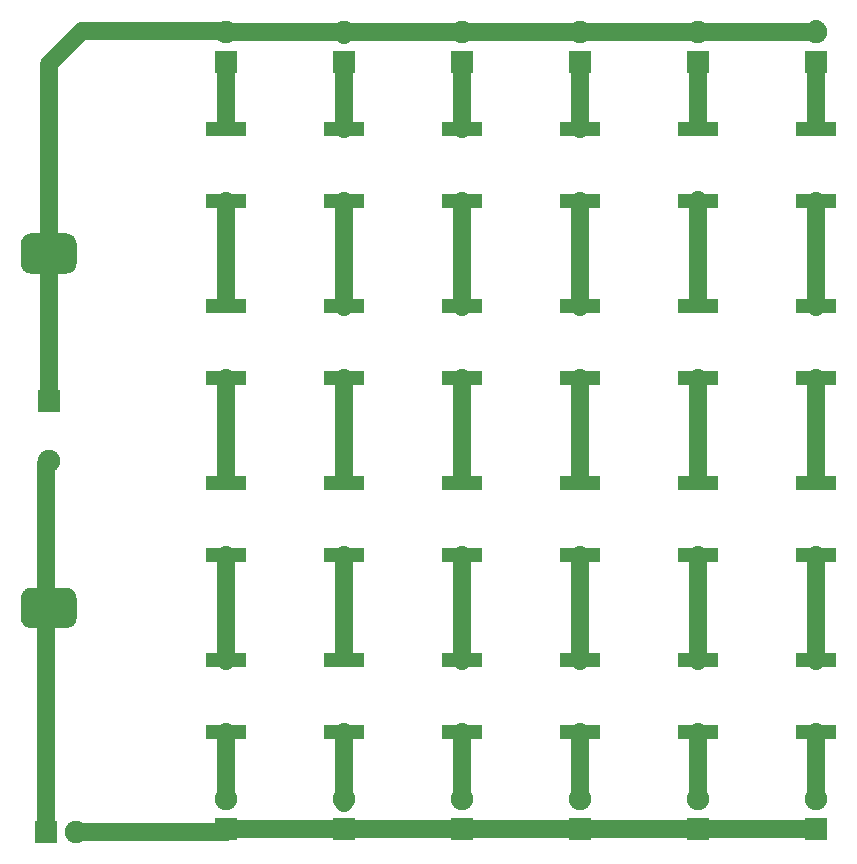
<source format=gtl>
G04 #@! TF.GenerationSoftware,KiCad,Pcbnew,5.1.4-e60b266~84~ubuntu18.04.1*
G04 #@! TF.CreationDate,2019-09-12T23:07:35+01:00*
G04 #@! TF.ProjectId,load,6c6f6164-2e6b-4696-9361-645f70636258,rev?*
G04 #@! TF.SameCoordinates,Original*
G04 #@! TF.FileFunction,Copper,L1,Top*
G04 #@! TF.FilePolarity,Positive*
%FSLAX46Y46*%
G04 Gerber Fmt 4.6, Leading zero omitted, Abs format (unit mm)*
G04 Created by KiCad (PCBNEW 5.1.4-e60b266~84~ubuntu18.04.1) date 2019-09-12 23:07:35*
%MOMM*%
%LPD*%
G04 APERTURE LIST*
%ADD10C,1.900000*%
%ADD11R,1.900000X1.900000*%
%ADD12C,0.100000*%
%ADD13C,3.400000*%
%ADD14R,3.400000X1.250000*%
%ADD15C,1.500000*%
G04 APERTURE END LIST*
D10*
X60000000Y-100040000D03*
D11*
X60000000Y-94960000D03*
D12*
G36*
X61583315Y-110804093D02*
G01*
X61665827Y-110816333D01*
X61746742Y-110836601D01*
X61825281Y-110864702D01*
X61900687Y-110900367D01*
X61972235Y-110943251D01*
X62039234Y-110992941D01*
X62101041Y-111048959D01*
X62157059Y-111110766D01*
X62206749Y-111177765D01*
X62249633Y-111249313D01*
X62285298Y-111324719D01*
X62313399Y-111403258D01*
X62333667Y-111484173D01*
X62345907Y-111566685D01*
X62350000Y-111650000D01*
X62350000Y-113350000D01*
X62345907Y-113433315D01*
X62333667Y-113515827D01*
X62313399Y-113596742D01*
X62285298Y-113675281D01*
X62249633Y-113750687D01*
X62206749Y-113822235D01*
X62157059Y-113889234D01*
X62101041Y-113951041D01*
X62039234Y-114007059D01*
X61972235Y-114056749D01*
X61900687Y-114099633D01*
X61825281Y-114135298D01*
X61746742Y-114163399D01*
X61665827Y-114183667D01*
X61583315Y-114195907D01*
X61500000Y-114200000D01*
X58500000Y-114200000D01*
X58416685Y-114195907D01*
X58334173Y-114183667D01*
X58253258Y-114163399D01*
X58174719Y-114135298D01*
X58099313Y-114099633D01*
X58027765Y-114056749D01*
X57960766Y-114007059D01*
X57898959Y-113951041D01*
X57842941Y-113889234D01*
X57793251Y-113822235D01*
X57750367Y-113750687D01*
X57714702Y-113675281D01*
X57686601Y-113596742D01*
X57666333Y-113515827D01*
X57654093Y-113433315D01*
X57650000Y-113350000D01*
X57650000Y-111650000D01*
X57654093Y-111566685D01*
X57666333Y-111484173D01*
X57686601Y-111403258D01*
X57714702Y-111324719D01*
X57750367Y-111249313D01*
X57793251Y-111177765D01*
X57842941Y-111110766D01*
X57898959Y-111048959D01*
X57960766Y-110992941D01*
X58027765Y-110943251D01*
X58099313Y-110900367D01*
X58174719Y-110864702D01*
X58253258Y-110836601D01*
X58334173Y-110816333D01*
X58416685Y-110804093D01*
X58500000Y-110800000D01*
X61500000Y-110800000D01*
X61583315Y-110804093D01*
X61583315Y-110804093D01*
G37*
D13*
X60000000Y-112500000D03*
D12*
G36*
X61583315Y-80804093D02*
G01*
X61665827Y-80816333D01*
X61746742Y-80836601D01*
X61825281Y-80864702D01*
X61900687Y-80900367D01*
X61972235Y-80943251D01*
X62039234Y-80992941D01*
X62101041Y-81048959D01*
X62157059Y-81110766D01*
X62206749Y-81177765D01*
X62249633Y-81249313D01*
X62285298Y-81324719D01*
X62313399Y-81403258D01*
X62333667Y-81484173D01*
X62345907Y-81566685D01*
X62350000Y-81650000D01*
X62350000Y-83350000D01*
X62345907Y-83433315D01*
X62333667Y-83515827D01*
X62313399Y-83596742D01*
X62285298Y-83675281D01*
X62249633Y-83750687D01*
X62206749Y-83822235D01*
X62157059Y-83889234D01*
X62101041Y-83951041D01*
X62039234Y-84007059D01*
X61972235Y-84056749D01*
X61900687Y-84099633D01*
X61825281Y-84135298D01*
X61746742Y-84163399D01*
X61665827Y-84183667D01*
X61583315Y-84195907D01*
X61500000Y-84200000D01*
X58500000Y-84200000D01*
X58416685Y-84195907D01*
X58334173Y-84183667D01*
X58253258Y-84163399D01*
X58174719Y-84135298D01*
X58099313Y-84099633D01*
X58027765Y-84056749D01*
X57960766Y-84007059D01*
X57898959Y-83951041D01*
X57842941Y-83889234D01*
X57793251Y-83822235D01*
X57750367Y-83750687D01*
X57714702Y-83675281D01*
X57686601Y-83596742D01*
X57666333Y-83515827D01*
X57654093Y-83433315D01*
X57650000Y-83350000D01*
X57650000Y-81650000D01*
X57654093Y-81566685D01*
X57666333Y-81484173D01*
X57686601Y-81403258D01*
X57714702Y-81324719D01*
X57750367Y-81249313D01*
X57793251Y-81177765D01*
X57842941Y-81110766D01*
X57898959Y-81048959D01*
X57960766Y-80992941D01*
X58027765Y-80943251D01*
X58099313Y-80900367D01*
X58174719Y-80864702D01*
X58253258Y-80836601D01*
X58334173Y-80816333D01*
X58416685Y-80804093D01*
X58500000Y-80800000D01*
X61500000Y-80800000D01*
X61583315Y-80804093D01*
X61583315Y-80804093D01*
G37*
D13*
X60000000Y-82500000D03*
D14*
X125000000Y-123050000D03*
X125000000Y-116950000D03*
X125000000Y-108050000D03*
X125000000Y-101950000D03*
X125000000Y-93050000D03*
X125000000Y-86950000D03*
X125000000Y-78050000D03*
X125000000Y-71950000D03*
X115000000Y-123050000D03*
X115000000Y-116950000D03*
X115000000Y-108050000D03*
X115000000Y-101950000D03*
X115000000Y-93050000D03*
X115000000Y-86950000D03*
X115000000Y-78050000D03*
X115000000Y-71950000D03*
X105000000Y-123050000D03*
X105000000Y-116950000D03*
X105000000Y-108050000D03*
X105000000Y-101950000D03*
X105000000Y-93050000D03*
X105000000Y-86950000D03*
X105000000Y-78050000D03*
X105000000Y-71950000D03*
X95000000Y-123050000D03*
X95000000Y-116950000D03*
X95000000Y-108050000D03*
X95000000Y-101950000D03*
X95000000Y-93050000D03*
X95000000Y-86950000D03*
X95000000Y-78050000D03*
X95000000Y-71950000D03*
X85000000Y-123050000D03*
X85000000Y-116950000D03*
X85000000Y-108050000D03*
X85000000Y-101950000D03*
X85000000Y-93050000D03*
X85000000Y-86950000D03*
X85000000Y-78050000D03*
X85000000Y-71950000D03*
X75000000Y-123050000D03*
X75000000Y-116950000D03*
X75000000Y-108050000D03*
X75000000Y-101950000D03*
X75000000Y-93050000D03*
X75000000Y-86950000D03*
X75000000Y-78050000D03*
X75000000Y-71950000D03*
D10*
X125000000Y-128730000D03*
D11*
X125000000Y-131270000D03*
D10*
X125000000Y-63730000D03*
D11*
X125000000Y-66270000D03*
D10*
X115000000Y-63730000D03*
D11*
X115000000Y-66270000D03*
D10*
X115000000Y-128730000D03*
D11*
X115000000Y-131270000D03*
D10*
X105000000Y-63730000D03*
D11*
X105000000Y-66270000D03*
D10*
X105000000Y-128730000D03*
D11*
X105000000Y-131270000D03*
D10*
X95000000Y-63730000D03*
D11*
X95000000Y-66270000D03*
D10*
X95000000Y-128730000D03*
D11*
X95000000Y-131270000D03*
D10*
X85000000Y-63730000D03*
D11*
X85000000Y-66270000D03*
D10*
X85000000Y-128730000D03*
D11*
X85000000Y-131270000D03*
D10*
X75000000Y-63730000D03*
D11*
X75000000Y-66270000D03*
D10*
X75000000Y-128730000D03*
D11*
X75000000Y-131270000D03*
D10*
X62270000Y-131500000D03*
D11*
X59730000Y-131500000D03*
D15*
X59730000Y-100270000D02*
X60000000Y-100000000D01*
X59730000Y-131500000D02*
X59730000Y-100270000D01*
X84730000Y-63730000D02*
X85000000Y-64000000D01*
X75000000Y-63730000D02*
X124770000Y-63730000D01*
X124770000Y-63730000D02*
X125000000Y-63500000D01*
X60000000Y-94960000D02*
X60000000Y-92510000D01*
X60000000Y-92510000D02*
X60000000Y-82500000D01*
X60000000Y-82000000D02*
X60000000Y-66500000D01*
X60000000Y-66500000D02*
X62800000Y-63700000D01*
X62800000Y-63700000D02*
X74900000Y-63700000D01*
X125000000Y-131270000D02*
X75230000Y-131270000D01*
X75230000Y-131270000D02*
X75000000Y-131500000D01*
X62270000Y-131500000D02*
X74500000Y-131500000D01*
X75000000Y-123050000D02*
X75000000Y-128500000D01*
X75000000Y-66270000D02*
X75000000Y-71500000D01*
X85000000Y-123050000D02*
X85000000Y-125175000D01*
X85000000Y-125175000D02*
X85000000Y-129000000D01*
X85000000Y-66270000D02*
X85000000Y-72000000D01*
X95000000Y-123050000D02*
X95000000Y-125175000D01*
X95000000Y-125175000D02*
X95000000Y-128500000D01*
X95000000Y-66270000D02*
X95000000Y-72000000D01*
X105000000Y-123050000D02*
X105000000Y-125175000D01*
X105000000Y-125175000D02*
X105000000Y-128500000D01*
X105000000Y-66270000D02*
X105000000Y-68720000D01*
X105000000Y-68720000D02*
X105000000Y-72000000D01*
X115000000Y-123050000D02*
X115000000Y-125175000D01*
X115000000Y-125175000D02*
X115000000Y-128500000D01*
X115000000Y-66270000D02*
X115000000Y-68720000D01*
X115000000Y-68720000D02*
X115000000Y-71500000D01*
X125000000Y-66270000D02*
X125000000Y-68720000D01*
X125000000Y-68720000D02*
X125000000Y-71500000D01*
X125000000Y-123050000D02*
X125000000Y-128500000D01*
X75000000Y-78050000D02*
X75000000Y-80175000D01*
X75000000Y-80175000D02*
X75000000Y-86500000D01*
X75000000Y-93050000D02*
X75000000Y-101500000D01*
X75000000Y-108050000D02*
X75000000Y-110175000D01*
X75000000Y-110175000D02*
X75000000Y-117000000D01*
X85000000Y-78050000D02*
X85000000Y-87000000D01*
X85000000Y-93050000D02*
X85000000Y-95175000D01*
X85000000Y-95175000D02*
X85000000Y-101500000D01*
X85000000Y-108050000D02*
X85000000Y-110175000D01*
X85000000Y-110175000D02*
X85000000Y-116500000D01*
X95000000Y-78050000D02*
X95000000Y-87000000D01*
X95000000Y-93050000D02*
X95000000Y-101500000D01*
X95000000Y-108050000D02*
X95000000Y-110175000D01*
X95000000Y-110175000D02*
X95000000Y-117000000D01*
X105000000Y-78050000D02*
X105000000Y-87000000D01*
X105000000Y-93050000D02*
X105000000Y-95175000D01*
X105000000Y-95175000D02*
X105000000Y-101500000D01*
X105000000Y-108050000D02*
X105000000Y-110175000D01*
X105000000Y-110175000D02*
X105000000Y-117000000D01*
X115000000Y-78050000D02*
X115000000Y-78000000D01*
X115000000Y-78000000D02*
X115000000Y-86500000D01*
X115000000Y-93050000D02*
X115000000Y-95175000D01*
X115000000Y-95175000D02*
X115000000Y-101500000D01*
X115000000Y-108050000D02*
X115000000Y-117000000D01*
X125000000Y-78050000D02*
X125000000Y-87000000D01*
X125000000Y-93050000D02*
X125000000Y-101500000D01*
X125000000Y-108050000D02*
X125000000Y-110175000D01*
X125000000Y-110175000D02*
X125000000Y-117000000D01*
M02*

</source>
